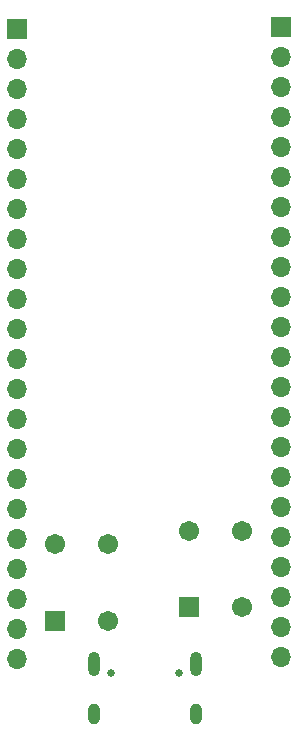
<source format=gbr>
%TF.GenerationSoftware,KiCad,Pcbnew,8.0.3*%
%TF.CreationDate,2024-07-05T15:20:34+05:30*%
%TF.ProjectId,multilayer1,6d756c74-696c-4617-9965-72312e6b6963,rev?*%
%TF.SameCoordinates,Original*%
%TF.FileFunction,Soldermask,Bot*%
%TF.FilePolarity,Negative*%
%FSLAX46Y46*%
G04 Gerber Fmt 4.6, Leading zero omitted, Abs format (unit mm)*
G04 Created by KiCad (PCBNEW 8.0.3) date 2024-07-05 15:20:34*
%MOMM*%
%LPD*%
G01*
G04 APERTURE LIST*
G04 Aperture macros list*
%AMRoundRect*
0 Rectangle with rounded corners*
0 $1 Rounding radius*
0 $2 $3 $4 $5 $6 $7 $8 $9 X,Y pos of 4 corners*
0 Add a 4 corners polygon primitive as box body*
4,1,4,$2,$3,$4,$5,$6,$7,$8,$9,$2,$3,0*
0 Add four circle primitives for the rounded corners*
1,1,$1+$1,$2,$3*
1,1,$1+$1,$4,$5*
1,1,$1+$1,$6,$7*
1,1,$1+$1,$8,$9*
0 Add four rect primitives between the rounded corners*
20,1,$1+$1,$2,$3,$4,$5,0*
20,1,$1+$1,$4,$5,$6,$7,0*
20,1,$1+$1,$6,$7,$8,$9,0*
20,1,$1+$1,$8,$9,$2,$3,0*%
G04 Aperture macros list end*
%ADD10RoundRect,0.102000X0.754000X-0.754000X0.754000X0.754000X-0.754000X0.754000X-0.754000X-0.754000X0*%
%ADD11C,1.712000*%
%ADD12C,0.650000*%
%ADD13O,1.000000X2.100000*%
%ADD14O,1.000000X1.800000*%
%ADD15R,1.700000X1.700000*%
%ADD16O,1.700000X1.700000*%
G04 APERTURE END LIST*
D10*
%TO.C,reset1*%
X156754000Y-127329000D03*
D11*
X156754000Y-120829000D03*
X161254000Y-127329000D03*
X161254000Y-120829000D03*
%TD*%
D12*
%TO.C,J2*%
X161448000Y-131774000D03*
X167228000Y-131774000D03*
D13*
X160018000Y-131007000D03*
D14*
X160018000Y-135187000D03*
D13*
X168658000Y-131007000D03*
D14*
X168658000Y-135187000D03*
%TD*%
D10*
%TO.C,boot1*%
X168057000Y-126186000D03*
D11*
X168057000Y-119686000D03*
X172557000Y-126186000D03*
X172557000Y-119686000D03*
%TD*%
D15*
%TO.C,J1*%
X153543000Y-77216000D03*
D16*
X153543000Y-79756000D03*
X153543000Y-82296000D03*
X153543000Y-84836000D03*
X153543000Y-87376000D03*
X153543000Y-89916000D03*
X153543000Y-92456000D03*
X153543000Y-94996000D03*
X153543000Y-97536000D03*
X153543000Y-100076000D03*
X153543000Y-102616000D03*
X153543000Y-105156000D03*
X153543000Y-107696000D03*
X153543000Y-110236000D03*
X153543000Y-112776000D03*
X153543000Y-115316000D03*
X153543000Y-117856000D03*
X153543000Y-120396000D03*
X153543000Y-122936000D03*
X153543000Y-125476000D03*
X153543000Y-128016000D03*
X153543000Y-130556000D03*
%TD*%
D15*
%TO.C,J3*%
X175895000Y-77089000D03*
D16*
X175895000Y-79629000D03*
X175895000Y-82169000D03*
X175895000Y-84709000D03*
X175895000Y-87249000D03*
X175895000Y-89789000D03*
X175895000Y-92329000D03*
X175895000Y-94869000D03*
X175895000Y-97409000D03*
X175895000Y-99949000D03*
X175895000Y-102489000D03*
X175895000Y-105029000D03*
X175895000Y-107569000D03*
X175895000Y-110109000D03*
X175895000Y-112649000D03*
X175895000Y-115189000D03*
X175895000Y-117729000D03*
X175895000Y-120269000D03*
X175895000Y-122809000D03*
X175895000Y-125349000D03*
X175895000Y-127889000D03*
X175895000Y-130429000D03*
%TD*%
M02*

</source>
